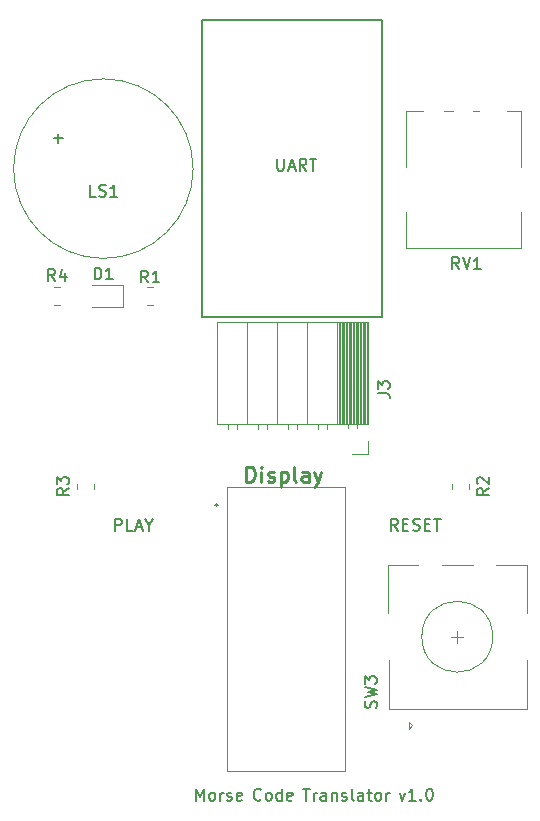
<source format=gbr>
%TF.GenerationSoftware,KiCad,Pcbnew,(7.0.0)*%
%TF.CreationDate,2023-06-01T09:58:41-06:00*%
%TF.ProjectId,morseTrans_proto,6d6f7273-6554-4726-916e-735f70726f74,rev?*%
%TF.SameCoordinates,Original*%
%TF.FileFunction,Legend,Top*%
%TF.FilePolarity,Positive*%
%FSLAX46Y46*%
G04 Gerber Fmt 4.6, Leading zero omitted, Abs format (unit mm)*
G04 Created by KiCad (PCBNEW (7.0.0)) date 2023-06-01 09:58:41*
%MOMM*%
%LPD*%
G01*
G04 APERTURE LIST*
%ADD10C,0.150000*%
%ADD11C,0.254000*%
%ADD12C,0.120000*%
%ADD13C,0.200000*%
%ADD14C,0.100000*%
G04 APERTURE END LIST*
D10*
X116586000Y-49784000D02*
X131826000Y-49784000D01*
X131826000Y-49784000D02*
X131826000Y-74930000D01*
X131826000Y-74930000D02*
X116586000Y-74930000D01*
X116586000Y-74930000D02*
X116586000Y-49784000D01*
X133143523Y-93000380D02*
X132810190Y-92524190D01*
X132572095Y-93000380D02*
X132572095Y-92000380D01*
X132572095Y-92000380D02*
X132953047Y-92000380D01*
X132953047Y-92000380D02*
X133048285Y-92048000D01*
X133048285Y-92048000D02*
X133095904Y-92095619D01*
X133095904Y-92095619D02*
X133143523Y-92190857D01*
X133143523Y-92190857D02*
X133143523Y-92333714D01*
X133143523Y-92333714D02*
X133095904Y-92428952D01*
X133095904Y-92428952D02*
X133048285Y-92476571D01*
X133048285Y-92476571D02*
X132953047Y-92524190D01*
X132953047Y-92524190D02*
X132572095Y-92524190D01*
X133572095Y-92476571D02*
X133905428Y-92476571D01*
X134048285Y-93000380D02*
X133572095Y-93000380D01*
X133572095Y-93000380D02*
X133572095Y-92000380D01*
X133572095Y-92000380D02*
X134048285Y-92000380D01*
X134429238Y-92952761D02*
X134572095Y-93000380D01*
X134572095Y-93000380D02*
X134810190Y-93000380D01*
X134810190Y-93000380D02*
X134905428Y-92952761D01*
X134905428Y-92952761D02*
X134953047Y-92905142D01*
X134953047Y-92905142D02*
X135000666Y-92809904D01*
X135000666Y-92809904D02*
X135000666Y-92714666D01*
X135000666Y-92714666D02*
X134953047Y-92619428D01*
X134953047Y-92619428D02*
X134905428Y-92571809D01*
X134905428Y-92571809D02*
X134810190Y-92524190D01*
X134810190Y-92524190D02*
X134619714Y-92476571D01*
X134619714Y-92476571D02*
X134524476Y-92428952D01*
X134524476Y-92428952D02*
X134476857Y-92381333D01*
X134476857Y-92381333D02*
X134429238Y-92286095D01*
X134429238Y-92286095D02*
X134429238Y-92190857D01*
X134429238Y-92190857D02*
X134476857Y-92095619D01*
X134476857Y-92095619D02*
X134524476Y-92048000D01*
X134524476Y-92048000D02*
X134619714Y-92000380D01*
X134619714Y-92000380D02*
X134857809Y-92000380D01*
X134857809Y-92000380D02*
X135000666Y-92048000D01*
X135429238Y-92476571D02*
X135762571Y-92476571D01*
X135905428Y-93000380D02*
X135429238Y-93000380D01*
X135429238Y-93000380D02*
X135429238Y-92000380D01*
X135429238Y-92000380D02*
X135905428Y-92000380D01*
X136191143Y-92000380D02*
X136762571Y-92000380D01*
X136476857Y-93000380D02*
X136476857Y-92000380D01*
X116062095Y-115860380D02*
X116062095Y-114860380D01*
X116062095Y-114860380D02*
X116395428Y-115574666D01*
X116395428Y-115574666D02*
X116728761Y-114860380D01*
X116728761Y-114860380D02*
X116728761Y-115860380D01*
X117347809Y-115860380D02*
X117252571Y-115812761D01*
X117252571Y-115812761D02*
X117204952Y-115765142D01*
X117204952Y-115765142D02*
X117157333Y-115669904D01*
X117157333Y-115669904D02*
X117157333Y-115384190D01*
X117157333Y-115384190D02*
X117204952Y-115288952D01*
X117204952Y-115288952D02*
X117252571Y-115241333D01*
X117252571Y-115241333D02*
X117347809Y-115193714D01*
X117347809Y-115193714D02*
X117490666Y-115193714D01*
X117490666Y-115193714D02*
X117585904Y-115241333D01*
X117585904Y-115241333D02*
X117633523Y-115288952D01*
X117633523Y-115288952D02*
X117681142Y-115384190D01*
X117681142Y-115384190D02*
X117681142Y-115669904D01*
X117681142Y-115669904D02*
X117633523Y-115765142D01*
X117633523Y-115765142D02*
X117585904Y-115812761D01*
X117585904Y-115812761D02*
X117490666Y-115860380D01*
X117490666Y-115860380D02*
X117347809Y-115860380D01*
X118109714Y-115860380D02*
X118109714Y-115193714D01*
X118109714Y-115384190D02*
X118157333Y-115288952D01*
X118157333Y-115288952D02*
X118204952Y-115241333D01*
X118204952Y-115241333D02*
X118300190Y-115193714D01*
X118300190Y-115193714D02*
X118395428Y-115193714D01*
X118681143Y-115812761D02*
X118776381Y-115860380D01*
X118776381Y-115860380D02*
X118966857Y-115860380D01*
X118966857Y-115860380D02*
X119062095Y-115812761D01*
X119062095Y-115812761D02*
X119109714Y-115717523D01*
X119109714Y-115717523D02*
X119109714Y-115669904D01*
X119109714Y-115669904D02*
X119062095Y-115574666D01*
X119062095Y-115574666D02*
X118966857Y-115527047D01*
X118966857Y-115527047D02*
X118824000Y-115527047D01*
X118824000Y-115527047D02*
X118728762Y-115479428D01*
X118728762Y-115479428D02*
X118681143Y-115384190D01*
X118681143Y-115384190D02*
X118681143Y-115336571D01*
X118681143Y-115336571D02*
X118728762Y-115241333D01*
X118728762Y-115241333D02*
X118824000Y-115193714D01*
X118824000Y-115193714D02*
X118966857Y-115193714D01*
X118966857Y-115193714D02*
X119062095Y-115241333D01*
X119919238Y-115812761D02*
X119824000Y-115860380D01*
X119824000Y-115860380D02*
X119633524Y-115860380D01*
X119633524Y-115860380D02*
X119538286Y-115812761D01*
X119538286Y-115812761D02*
X119490667Y-115717523D01*
X119490667Y-115717523D02*
X119490667Y-115336571D01*
X119490667Y-115336571D02*
X119538286Y-115241333D01*
X119538286Y-115241333D02*
X119633524Y-115193714D01*
X119633524Y-115193714D02*
X119824000Y-115193714D01*
X119824000Y-115193714D02*
X119919238Y-115241333D01*
X119919238Y-115241333D02*
X119966857Y-115336571D01*
X119966857Y-115336571D02*
X119966857Y-115431809D01*
X119966857Y-115431809D02*
X119490667Y-115527047D01*
X121566857Y-115765142D02*
X121519238Y-115812761D01*
X121519238Y-115812761D02*
X121376381Y-115860380D01*
X121376381Y-115860380D02*
X121281143Y-115860380D01*
X121281143Y-115860380D02*
X121138286Y-115812761D01*
X121138286Y-115812761D02*
X121043048Y-115717523D01*
X121043048Y-115717523D02*
X120995429Y-115622285D01*
X120995429Y-115622285D02*
X120947810Y-115431809D01*
X120947810Y-115431809D02*
X120947810Y-115288952D01*
X120947810Y-115288952D02*
X120995429Y-115098476D01*
X120995429Y-115098476D02*
X121043048Y-115003238D01*
X121043048Y-115003238D02*
X121138286Y-114908000D01*
X121138286Y-114908000D02*
X121281143Y-114860380D01*
X121281143Y-114860380D02*
X121376381Y-114860380D01*
X121376381Y-114860380D02*
X121519238Y-114908000D01*
X121519238Y-114908000D02*
X121566857Y-114955619D01*
X122138286Y-115860380D02*
X122043048Y-115812761D01*
X122043048Y-115812761D02*
X121995429Y-115765142D01*
X121995429Y-115765142D02*
X121947810Y-115669904D01*
X121947810Y-115669904D02*
X121947810Y-115384190D01*
X121947810Y-115384190D02*
X121995429Y-115288952D01*
X121995429Y-115288952D02*
X122043048Y-115241333D01*
X122043048Y-115241333D02*
X122138286Y-115193714D01*
X122138286Y-115193714D02*
X122281143Y-115193714D01*
X122281143Y-115193714D02*
X122376381Y-115241333D01*
X122376381Y-115241333D02*
X122424000Y-115288952D01*
X122424000Y-115288952D02*
X122471619Y-115384190D01*
X122471619Y-115384190D02*
X122471619Y-115669904D01*
X122471619Y-115669904D02*
X122424000Y-115765142D01*
X122424000Y-115765142D02*
X122376381Y-115812761D01*
X122376381Y-115812761D02*
X122281143Y-115860380D01*
X122281143Y-115860380D02*
X122138286Y-115860380D01*
X123328762Y-115860380D02*
X123328762Y-114860380D01*
X123328762Y-115812761D02*
X123233524Y-115860380D01*
X123233524Y-115860380D02*
X123043048Y-115860380D01*
X123043048Y-115860380D02*
X122947810Y-115812761D01*
X122947810Y-115812761D02*
X122900191Y-115765142D01*
X122900191Y-115765142D02*
X122852572Y-115669904D01*
X122852572Y-115669904D02*
X122852572Y-115384190D01*
X122852572Y-115384190D02*
X122900191Y-115288952D01*
X122900191Y-115288952D02*
X122947810Y-115241333D01*
X122947810Y-115241333D02*
X123043048Y-115193714D01*
X123043048Y-115193714D02*
X123233524Y-115193714D01*
X123233524Y-115193714D02*
X123328762Y-115241333D01*
X124185905Y-115812761D02*
X124090667Y-115860380D01*
X124090667Y-115860380D02*
X123900191Y-115860380D01*
X123900191Y-115860380D02*
X123804953Y-115812761D01*
X123804953Y-115812761D02*
X123757334Y-115717523D01*
X123757334Y-115717523D02*
X123757334Y-115336571D01*
X123757334Y-115336571D02*
X123804953Y-115241333D01*
X123804953Y-115241333D02*
X123900191Y-115193714D01*
X123900191Y-115193714D02*
X124090667Y-115193714D01*
X124090667Y-115193714D02*
X124185905Y-115241333D01*
X124185905Y-115241333D02*
X124233524Y-115336571D01*
X124233524Y-115336571D02*
X124233524Y-115431809D01*
X124233524Y-115431809D02*
X123757334Y-115527047D01*
X125119239Y-114860380D02*
X125690667Y-114860380D01*
X125404953Y-115860380D02*
X125404953Y-114860380D01*
X126024001Y-115860380D02*
X126024001Y-115193714D01*
X126024001Y-115384190D02*
X126071620Y-115288952D01*
X126071620Y-115288952D02*
X126119239Y-115241333D01*
X126119239Y-115241333D02*
X126214477Y-115193714D01*
X126214477Y-115193714D02*
X126309715Y-115193714D01*
X127071620Y-115860380D02*
X127071620Y-115336571D01*
X127071620Y-115336571D02*
X127024001Y-115241333D01*
X127024001Y-115241333D02*
X126928763Y-115193714D01*
X126928763Y-115193714D02*
X126738287Y-115193714D01*
X126738287Y-115193714D02*
X126643049Y-115241333D01*
X127071620Y-115812761D02*
X126976382Y-115860380D01*
X126976382Y-115860380D02*
X126738287Y-115860380D01*
X126738287Y-115860380D02*
X126643049Y-115812761D01*
X126643049Y-115812761D02*
X126595430Y-115717523D01*
X126595430Y-115717523D02*
X126595430Y-115622285D01*
X126595430Y-115622285D02*
X126643049Y-115527047D01*
X126643049Y-115527047D02*
X126738287Y-115479428D01*
X126738287Y-115479428D02*
X126976382Y-115479428D01*
X126976382Y-115479428D02*
X127071620Y-115431809D01*
X127547811Y-115193714D02*
X127547811Y-115860380D01*
X127547811Y-115288952D02*
X127595430Y-115241333D01*
X127595430Y-115241333D02*
X127690668Y-115193714D01*
X127690668Y-115193714D02*
X127833525Y-115193714D01*
X127833525Y-115193714D02*
X127928763Y-115241333D01*
X127928763Y-115241333D02*
X127976382Y-115336571D01*
X127976382Y-115336571D02*
X127976382Y-115860380D01*
X128404954Y-115812761D02*
X128500192Y-115860380D01*
X128500192Y-115860380D02*
X128690668Y-115860380D01*
X128690668Y-115860380D02*
X128785906Y-115812761D01*
X128785906Y-115812761D02*
X128833525Y-115717523D01*
X128833525Y-115717523D02*
X128833525Y-115669904D01*
X128833525Y-115669904D02*
X128785906Y-115574666D01*
X128785906Y-115574666D02*
X128690668Y-115527047D01*
X128690668Y-115527047D02*
X128547811Y-115527047D01*
X128547811Y-115527047D02*
X128452573Y-115479428D01*
X128452573Y-115479428D02*
X128404954Y-115384190D01*
X128404954Y-115384190D02*
X128404954Y-115336571D01*
X128404954Y-115336571D02*
X128452573Y-115241333D01*
X128452573Y-115241333D02*
X128547811Y-115193714D01*
X128547811Y-115193714D02*
X128690668Y-115193714D01*
X128690668Y-115193714D02*
X128785906Y-115241333D01*
X129404954Y-115860380D02*
X129309716Y-115812761D01*
X129309716Y-115812761D02*
X129262097Y-115717523D01*
X129262097Y-115717523D02*
X129262097Y-114860380D01*
X130214478Y-115860380D02*
X130214478Y-115336571D01*
X130214478Y-115336571D02*
X130166859Y-115241333D01*
X130166859Y-115241333D02*
X130071621Y-115193714D01*
X130071621Y-115193714D02*
X129881145Y-115193714D01*
X129881145Y-115193714D02*
X129785907Y-115241333D01*
X130214478Y-115812761D02*
X130119240Y-115860380D01*
X130119240Y-115860380D02*
X129881145Y-115860380D01*
X129881145Y-115860380D02*
X129785907Y-115812761D01*
X129785907Y-115812761D02*
X129738288Y-115717523D01*
X129738288Y-115717523D02*
X129738288Y-115622285D01*
X129738288Y-115622285D02*
X129785907Y-115527047D01*
X129785907Y-115527047D02*
X129881145Y-115479428D01*
X129881145Y-115479428D02*
X130119240Y-115479428D01*
X130119240Y-115479428D02*
X130214478Y-115431809D01*
X130547812Y-115193714D02*
X130928764Y-115193714D01*
X130690669Y-114860380D02*
X130690669Y-115717523D01*
X130690669Y-115717523D02*
X130738288Y-115812761D01*
X130738288Y-115812761D02*
X130833526Y-115860380D01*
X130833526Y-115860380D02*
X130928764Y-115860380D01*
X131404955Y-115860380D02*
X131309717Y-115812761D01*
X131309717Y-115812761D02*
X131262098Y-115765142D01*
X131262098Y-115765142D02*
X131214479Y-115669904D01*
X131214479Y-115669904D02*
X131214479Y-115384190D01*
X131214479Y-115384190D02*
X131262098Y-115288952D01*
X131262098Y-115288952D02*
X131309717Y-115241333D01*
X131309717Y-115241333D02*
X131404955Y-115193714D01*
X131404955Y-115193714D02*
X131547812Y-115193714D01*
X131547812Y-115193714D02*
X131643050Y-115241333D01*
X131643050Y-115241333D02*
X131690669Y-115288952D01*
X131690669Y-115288952D02*
X131738288Y-115384190D01*
X131738288Y-115384190D02*
X131738288Y-115669904D01*
X131738288Y-115669904D02*
X131690669Y-115765142D01*
X131690669Y-115765142D02*
X131643050Y-115812761D01*
X131643050Y-115812761D02*
X131547812Y-115860380D01*
X131547812Y-115860380D02*
X131404955Y-115860380D01*
X132166860Y-115860380D02*
X132166860Y-115193714D01*
X132166860Y-115384190D02*
X132214479Y-115288952D01*
X132214479Y-115288952D02*
X132262098Y-115241333D01*
X132262098Y-115241333D02*
X132357336Y-115193714D01*
X132357336Y-115193714D02*
X132452574Y-115193714D01*
X133290670Y-115193714D02*
X133528765Y-115860380D01*
X133528765Y-115860380D02*
X133766860Y-115193714D01*
X134671622Y-115860380D02*
X134100194Y-115860380D01*
X134385908Y-115860380D02*
X134385908Y-114860380D01*
X134385908Y-114860380D02*
X134290670Y-115003238D01*
X134290670Y-115003238D02*
X134195432Y-115098476D01*
X134195432Y-115098476D02*
X134100194Y-115146095D01*
X135100194Y-115765142D02*
X135147813Y-115812761D01*
X135147813Y-115812761D02*
X135100194Y-115860380D01*
X135100194Y-115860380D02*
X135052575Y-115812761D01*
X135052575Y-115812761D02*
X135100194Y-115765142D01*
X135100194Y-115765142D02*
X135100194Y-115860380D01*
X135766860Y-114860380D02*
X135862098Y-114860380D01*
X135862098Y-114860380D02*
X135957336Y-114908000D01*
X135957336Y-114908000D02*
X136004955Y-114955619D01*
X136004955Y-114955619D02*
X136052574Y-115050857D01*
X136052574Y-115050857D02*
X136100193Y-115241333D01*
X136100193Y-115241333D02*
X136100193Y-115479428D01*
X136100193Y-115479428D02*
X136052574Y-115669904D01*
X136052574Y-115669904D02*
X136004955Y-115765142D01*
X136004955Y-115765142D02*
X135957336Y-115812761D01*
X135957336Y-115812761D02*
X135862098Y-115860380D01*
X135862098Y-115860380D02*
X135766860Y-115860380D01*
X135766860Y-115860380D02*
X135671622Y-115812761D01*
X135671622Y-115812761D02*
X135624003Y-115765142D01*
X135624003Y-115765142D02*
X135576384Y-115669904D01*
X135576384Y-115669904D02*
X135528765Y-115479428D01*
X135528765Y-115479428D02*
X135528765Y-115241333D01*
X135528765Y-115241333D02*
X135576384Y-115050857D01*
X135576384Y-115050857D02*
X135624003Y-114955619D01*
X135624003Y-114955619D02*
X135671622Y-114908000D01*
X135671622Y-114908000D02*
X135766860Y-114860380D01*
X122920095Y-61520380D02*
X122920095Y-62329904D01*
X122920095Y-62329904D02*
X122967714Y-62425142D01*
X122967714Y-62425142D02*
X123015333Y-62472761D01*
X123015333Y-62472761D02*
X123110571Y-62520380D01*
X123110571Y-62520380D02*
X123301047Y-62520380D01*
X123301047Y-62520380D02*
X123396285Y-62472761D01*
X123396285Y-62472761D02*
X123443904Y-62425142D01*
X123443904Y-62425142D02*
X123491523Y-62329904D01*
X123491523Y-62329904D02*
X123491523Y-61520380D01*
X123920095Y-62234666D02*
X124396285Y-62234666D01*
X123824857Y-62520380D02*
X124158190Y-61520380D01*
X124158190Y-61520380D02*
X124491523Y-62520380D01*
X125396285Y-62520380D02*
X125062952Y-62044190D01*
X124824857Y-62520380D02*
X124824857Y-61520380D01*
X124824857Y-61520380D02*
X125205809Y-61520380D01*
X125205809Y-61520380D02*
X125301047Y-61568000D01*
X125301047Y-61568000D02*
X125348666Y-61615619D01*
X125348666Y-61615619D02*
X125396285Y-61710857D01*
X125396285Y-61710857D02*
X125396285Y-61853714D01*
X125396285Y-61853714D02*
X125348666Y-61948952D01*
X125348666Y-61948952D02*
X125301047Y-61996571D01*
X125301047Y-61996571D02*
X125205809Y-62044190D01*
X125205809Y-62044190D02*
X124824857Y-62044190D01*
X125682000Y-61520380D02*
X126253428Y-61520380D01*
X125967714Y-62520380D02*
X125967714Y-61520380D01*
X109220190Y-93000380D02*
X109220190Y-92000380D01*
X109220190Y-92000380D02*
X109601142Y-92000380D01*
X109601142Y-92000380D02*
X109696380Y-92048000D01*
X109696380Y-92048000D02*
X109743999Y-92095619D01*
X109743999Y-92095619D02*
X109791618Y-92190857D01*
X109791618Y-92190857D02*
X109791618Y-92333714D01*
X109791618Y-92333714D02*
X109743999Y-92428952D01*
X109743999Y-92428952D02*
X109696380Y-92476571D01*
X109696380Y-92476571D02*
X109601142Y-92524190D01*
X109601142Y-92524190D02*
X109220190Y-92524190D01*
X110696380Y-93000380D02*
X110220190Y-93000380D01*
X110220190Y-93000380D02*
X110220190Y-92000380D01*
X110982095Y-92714666D02*
X111458285Y-92714666D01*
X110886857Y-93000380D02*
X111220190Y-92000380D01*
X111220190Y-92000380D02*
X111553523Y-93000380D01*
X112077333Y-92524190D02*
X112077333Y-93000380D01*
X111744000Y-92000380D02*
X112077333Y-92524190D01*
X112077333Y-92524190D02*
X112410666Y-92000380D01*
%TO.C,LS1*%
X107571142Y-64724378D02*
X107094952Y-64724378D01*
X107094952Y-64724378D02*
X107094952Y-63724378D01*
X107856857Y-64676759D02*
X107999714Y-64724378D01*
X107999714Y-64724378D02*
X108237809Y-64724378D01*
X108237809Y-64724378D02*
X108333047Y-64676759D01*
X108333047Y-64676759D02*
X108380666Y-64629140D01*
X108380666Y-64629140D02*
X108428285Y-64533902D01*
X108428285Y-64533902D02*
X108428285Y-64438664D01*
X108428285Y-64438664D02*
X108380666Y-64343426D01*
X108380666Y-64343426D02*
X108333047Y-64295807D01*
X108333047Y-64295807D02*
X108237809Y-64248188D01*
X108237809Y-64248188D02*
X108047333Y-64200569D01*
X108047333Y-64200569D02*
X107952095Y-64152950D01*
X107952095Y-64152950D02*
X107904476Y-64105331D01*
X107904476Y-64105331D02*
X107856857Y-64010093D01*
X107856857Y-64010093D02*
X107856857Y-63914855D01*
X107856857Y-63914855D02*
X107904476Y-63819617D01*
X107904476Y-63819617D02*
X107952095Y-63771998D01*
X107952095Y-63771998D02*
X108047333Y-63724378D01*
X108047333Y-63724378D02*
X108285428Y-63724378D01*
X108285428Y-63724378D02*
X108428285Y-63771998D01*
X109380666Y-64724378D02*
X108809238Y-64724378D01*
X109094952Y-64724378D02*
X109094952Y-63724378D01*
X109094952Y-63724378D02*
X108999714Y-63867236D01*
X108999714Y-63867236D02*
X108904476Y-63962474D01*
X108904476Y-63962474D02*
X108809238Y-64010093D01*
X104023048Y-59803428D02*
X104784953Y-59803428D01*
X104404000Y-60184380D02*
X104404000Y-59422476D01*
%TO.C,R2*%
X140829380Y-89424166D02*
X140353190Y-89757499D01*
X140829380Y-89995594D02*
X139829380Y-89995594D01*
X139829380Y-89995594D02*
X139829380Y-89614642D01*
X139829380Y-89614642D02*
X139877000Y-89519404D01*
X139877000Y-89519404D02*
X139924619Y-89471785D01*
X139924619Y-89471785D02*
X140019857Y-89424166D01*
X140019857Y-89424166D02*
X140162714Y-89424166D01*
X140162714Y-89424166D02*
X140257952Y-89471785D01*
X140257952Y-89471785D02*
X140305571Y-89519404D01*
X140305571Y-89519404D02*
X140353190Y-89614642D01*
X140353190Y-89614642D02*
X140353190Y-89995594D01*
X139924619Y-89043213D02*
X139877000Y-88995594D01*
X139877000Y-88995594D02*
X139829380Y-88900356D01*
X139829380Y-88900356D02*
X139829380Y-88662261D01*
X139829380Y-88662261D02*
X139877000Y-88567023D01*
X139877000Y-88567023D02*
X139924619Y-88519404D01*
X139924619Y-88519404D02*
X140019857Y-88471785D01*
X140019857Y-88471785D02*
X140115095Y-88471785D01*
X140115095Y-88471785D02*
X140257952Y-88519404D01*
X140257952Y-88519404D02*
X140829380Y-89090832D01*
X140829380Y-89090832D02*
X140829380Y-88471785D01*
%TO.C,J3*%
X131443380Y-81379333D02*
X132157666Y-81379333D01*
X132157666Y-81379333D02*
X132300523Y-81426952D01*
X132300523Y-81426952D02*
X132395761Y-81522190D01*
X132395761Y-81522190D02*
X132443380Y-81665047D01*
X132443380Y-81665047D02*
X132443380Y-81760285D01*
X131443380Y-80998380D02*
X131443380Y-80379333D01*
X131443380Y-80379333D02*
X131824333Y-80712666D01*
X131824333Y-80712666D02*
X131824333Y-80569809D01*
X131824333Y-80569809D02*
X131871952Y-80474571D01*
X131871952Y-80474571D02*
X131919571Y-80426952D01*
X131919571Y-80426952D02*
X132014809Y-80379333D01*
X132014809Y-80379333D02*
X132252904Y-80379333D01*
X132252904Y-80379333D02*
X132348142Y-80426952D01*
X132348142Y-80426952D02*
X132395761Y-80474571D01*
X132395761Y-80474571D02*
X132443380Y-80569809D01*
X132443380Y-80569809D02*
X132443380Y-80855523D01*
X132443380Y-80855523D02*
X132395761Y-80950761D01*
X132395761Y-80950761D02*
X132348142Y-80998380D01*
%TO.C,R3*%
X105269380Y-89424166D02*
X104793190Y-89757499D01*
X105269380Y-89995594D02*
X104269380Y-89995594D01*
X104269380Y-89995594D02*
X104269380Y-89614642D01*
X104269380Y-89614642D02*
X104317000Y-89519404D01*
X104317000Y-89519404D02*
X104364619Y-89471785D01*
X104364619Y-89471785D02*
X104459857Y-89424166D01*
X104459857Y-89424166D02*
X104602714Y-89424166D01*
X104602714Y-89424166D02*
X104697952Y-89471785D01*
X104697952Y-89471785D02*
X104745571Y-89519404D01*
X104745571Y-89519404D02*
X104793190Y-89614642D01*
X104793190Y-89614642D02*
X104793190Y-89995594D01*
X104269380Y-89090832D02*
X104269380Y-88471785D01*
X104269380Y-88471785D02*
X104650333Y-88805118D01*
X104650333Y-88805118D02*
X104650333Y-88662261D01*
X104650333Y-88662261D02*
X104697952Y-88567023D01*
X104697952Y-88567023D02*
X104745571Y-88519404D01*
X104745571Y-88519404D02*
X104840809Y-88471785D01*
X104840809Y-88471785D02*
X105078904Y-88471785D01*
X105078904Y-88471785D02*
X105174142Y-88519404D01*
X105174142Y-88519404D02*
X105221761Y-88567023D01*
X105221761Y-88567023D02*
X105269380Y-88662261D01*
X105269380Y-88662261D02*
X105269380Y-88947975D01*
X105269380Y-88947975D02*
X105221761Y-89043213D01*
X105221761Y-89043213D02*
X105174142Y-89090832D01*
D11*
%TO.C,Display*%
X120329475Y-88858573D02*
X120329475Y-87588573D01*
X120329475Y-87588573D02*
X120631856Y-87588573D01*
X120631856Y-87588573D02*
X120813285Y-87649050D01*
X120813285Y-87649050D02*
X120934237Y-87770002D01*
X120934237Y-87770002D02*
X120994714Y-87890954D01*
X120994714Y-87890954D02*
X121055190Y-88132859D01*
X121055190Y-88132859D02*
X121055190Y-88314288D01*
X121055190Y-88314288D02*
X120994714Y-88556192D01*
X120994714Y-88556192D02*
X120934237Y-88677145D01*
X120934237Y-88677145D02*
X120813285Y-88798097D01*
X120813285Y-88798097D02*
X120631856Y-88858573D01*
X120631856Y-88858573D02*
X120329475Y-88858573D01*
X121599475Y-88858573D02*
X121599475Y-88011907D01*
X121599475Y-87588573D02*
X121538999Y-87649050D01*
X121538999Y-87649050D02*
X121599475Y-87709526D01*
X121599475Y-87709526D02*
X121659952Y-87649050D01*
X121659952Y-87649050D02*
X121599475Y-87588573D01*
X121599475Y-87588573D02*
X121599475Y-87709526D01*
X122143761Y-88798097D02*
X122264714Y-88858573D01*
X122264714Y-88858573D02*
X122506618Y-88858573D01*
X122506618Y-88858573D02*
X122627571Y-88798097D01*
X122627571Y-88798097D02*
X122688047Y-88677145D01*
X122688047Y-88677145D02*
X122688047Y-88616669D01*
X122688047Y-88616669D02*
X122627571Y-88495716D01*
X122627571Y-88495716D02*
X122506618Y-88435240D01*
X122506618Y-88435240D02*
X122325190Y-88435240D01*
X122325190Y-88435240D02*
X122204237Y-88374764D01*
X122204237Y-88374764D02*
X122143761Y-88253811D01*
X122143761Y-88253811D02*
X122143761Y-88193335D01*
X122143761Y-88193335D02*
X122204237Y-88072383D01*
X122204237Y-88072383D02*
X122325190Y-88011907D01*
X122325190Y-88011907D02*
X122506618Y-88011907D01*
X122506618Y-88011907D02*
X122627571Y-88072383D01*
X123232332Y-88011907D02*
X123232332Y-89281907D01*
X123232332Y-88072383D02*
X123353285Y-88011907D01*
X123353285Y-88011907D02*
X123595190Y-88011907D01*
X123595190Y-88011907D02*
X123716142Y-88072383D01*
X123716142Y-88072383D02*
X123776618Y-88132859D01*
X123776618Y-88132859D02*
X123837094Y-88253811D01*
X123837094Y-88253811D02*
X123837094Y-88616669D01*
X123837094Y-88616669D02*
X123776618Y-88737621D01*
X123776618Y-88737621D02*
X123716142Y-88798097D01*
X123716142Y-88798097D02*
X123595190Y-88858573D01*
X123595190Y-88858573D02*
X123353285Y-88858573D01*
X123353285Y-88858573D02*
X123232332Y-88798097D01*
X124562809Y-88858573D02*
X124441857Y-88798097D01*
X124441857Y-88798097D02*
X124381380Y-88677145D01*
X124381380Y-88677145D02*
X124381380Y-87588573D01*
X125590904Y-88858573D02*
X125590904Y-88193335D01*
X125590904Y-88193335D02*
X125530428Y-88072383D01*
X125530428Y-88072383D02*
X125409476Y-88011907D01*
X125409476Y-88011907D02*
X125167571Y-88011907D01*
X125167571Y-88011907D02*
X125046618Y-88072383D01*
X125590904Y-88798097D02*
X125469952Y-88858573D01*
X125469952Y-88858573D02*
X125167571Y-88858573D01*
X125167571Y-88858573D02*
X125046618Y-88798097D01*
X125046618Y-88798097D02*
X124986142Y-88677145D01*
X124986142Y-88677145D02*
X124986142Y-88556192D01*
X124986142Y-88556192D02*
X125046618Y-88435240D01*
X125046618Y-88435240D02*
X125167571Y-88374764D01*
X125167571Y-88374764D02*
X125469952Y-88374764D01*
X125469952Y-88374764D02*
X125590904Y-88314288D01*
X126074714Y-88011907D02*
X126377095Y-88858573D01*
X126679476Y-88011907D02*
X126377095Y-88858573D01*
X126377095Y-88858573D02*
X126256143Y-89160954D01*
X126256143Y-89160954D02*
X126195666Y-89221430D01*
X126195666Y-89221430D02*
X126074714Y-89281907D01*
D10*
%TO.C,SW3*%
X131295761Y-108020332D02*
X131343380Y-107877475D01*
X131343380Y-107877475D02*
X131343380Y-107639380D01*
X131343380Y-107639380D02*
X131295761Y-107544142D01*
X131295761Y-107544142D02*
X131248142Y-107496523D01*
X131248142Y-107496523D02*
X131152904Y-107448904D01*
X131152904Y-107448904D02*
X131057666Y-107448904D01*
X131057666Y-107448904D02*
X130962428Y-107496523D01*
X130962428Y-107496523D02*
X130914809Y-107544142D01*
X130914809Y-107544142D02*
X130867190Y-107639380D01*
X130867190Y-107639380D02*
X130819571Y-107829856D01*
X130819571Y-107829856D02*
X130771952Y-107925094D01*
X130771952Y-107925094D02*
X130724333Y-107972713D01*
X130724333Y-107972713D02*
X130629095Y-108020332D01*
X130629095Y-108020332D02*
X130533857Y-108020332D01*
X130533857Y-108020332D02*
X130438619Y-107972713D01*
X130438619Y-107972713D02*
X130391000Y-107925094D01*
X130391000Y-107925094D02*
X130343380Y-107829856D01*
X130343380Y-107829856D02*
X130343380Y-107591761D01*
X130343380Y-107591761D02*
X130391000Y-107448904D01*
X130343380Y-107115570D02*
X131343380Y-106877475D01*
X131343380Y-106877475D02*
X130629095Y-106686999D01*
X130629095Y-106686999D02*
X131343380Y-106496523D01*
X131343380Y-106496523D02*
X130343380Y-106258428D01*
X130343380Y-105972713D02*
X130343380Y-105353666D01*
X130343380Y-105353666D02*
X130724333Y-105686999D01*
X130724333Y-105686999D02*
X130724333Y-105544142D01*
X130724333Y-105544142D02*
X130771952Y-105448904D01*
X130771952Y-105448904D02*
X130819571Y-105401285D01*
X130819571Y-105401285D02*
X130914809Y-105353666D01*
X130914809Y-105353666D02*
X131152904Y-105353666D01*
X131152904Y-105353666D02*
X131248142Y-105401285D01*
X131248142Y-105401285D02*
X131295761Y-105448904D01*
X131295761Y-105448904D02*
X131343380Y-105544142D01*
X131343380Y-105544142D02*
X131343380Y-105829856D01*
X131343380Y-105829856D02*
X131295761Y-105925094D01*
X131295761Y-105925094D02*
X131248142Y-105972713D01*
%TO.C,R1*%
X111997833Y-71995380D02*
X111664500Y-71519190D01*
X111426405Y-71995380D02*
X111426405Y-70995380D01*
X111426405Y-70995380D02*
X111807357Y-70995380D01*
X111807357Y-70995380D02*
X111902595Y-71043000D01*
X111902595Y-71043000D02*
X111950214Y-71090619D01*
X111950214Y-71090619D02*
X111997833Y-71185857D01*
X111997833Y-71185857D02*
X111997833Y-71328714D01*
X111997833Y-71328714D02*
X111950214Y-71423952D01*
X111950214Y-71423952D02*
X111902595Y-71471571D01*
X111902595Y-71471571D02*
X111807357Y-71519190D01*
X111807357Y-71519190D02*
X111426405Y-71519190D01*
X112950214Y-71995380D02*
X112378786Y-71995380D01*
X112664500Y-71995380D02*
X112664500Y-70995380D01*
X112664500Y-70995380D02*
X112569262Y-71138238D01*
X112569262Y-71138238D02*
X112474024Y-71233476D01*
X112474024Y-71233476D02*
X112378786Y-71281095D01*
%TO.C,R4*%
X104123833Y-71869380D02*
X103790500Y-71393190D01*
X103552405Y-71869380D02*
X103552405Y-70869380D01*
X103552405Y-70869380D02*
X103933357Y-70869380D01*
X103933357Y-70869380D02*
X104028595Y-70917000D01*
X104028595Y-70917000D02*
X104076214Y-70964619D01*
X104076214Y-70964619D02*
X104123833Y-71059857D01*
X104123833Y-71059857D02*
X104123833Y-71202714D01*
X104123833Y-71202714D02*
X104076214Y-71297952D01*
X104076214Y-71297952D02*
X104028595Y-71345571D01*
X104028595Y-71345571D02*
X103933357Y-71393190D01*
X103933357Y-71393190D02*
X103552405Y-71393190D01*
X104980976Y-71202714D02*
X104980976Y-71869380D01*
X104742881Y-70821761D02*
X104504786Y-71536047D01*
X104504786Y-71536047D02*
X105123833Y-71536047D01*
%TO.C,RV1*%
X138342761Y-70852380D02*
X138009428Y-70376190D01*
X137771333Y-70852380D02*
X137771333Y-69852380D01*
X137771333Y-69852380D02*
X138152285Y-69852380D01*
X138152285Y-69852380D02*
X138247523Y-69900000D01*
X138247523Y-69900000D02*
X138295142Y-69947619D01*
X138295142Y-69947619D02*
X138342761Y-70042857D01*
X138342761Y-70042857D02*
X138342761Y-70185714D01*
X138342761Y-70185714D02*
X138295142Y-70280952D01*
X138295142Y-70280952D02*
X138247523Y-70328571D01*
X138247523Y-70328571D02*
X138152285Y-70376190D01*
X138152285Y-70376190D02*
X137771333Y-70376190D01*
X138628476Y-69852380D02*
X138961809Y-70852380D01*
X138961809Y-70852380D02*
X139295142Y-69852380D01*
X140152285Y-70852380D02*
X139580857Y-70852380D01*
X139866571Y-70852380D02*
X139866571Y-69852380D01*
X139866571Y-69852380D02*
X139771333Y-69995238D01*
X139771333Y-69995238D02*
X139676095Y-70090476D01*
X139676095Y-70090476D02*
X139580857Y-70138095D01*
%TO.C,D1*%
X107465905Y-71741380D02*
X107465905Y-70741380D01*
X107465905Y-70741380D02*
X107704000Y-70741380D01*
X107704000Y-70741380D02*
X107846857Y-70789000D01*
X107846857Y-70789000D02*
X107942095Y-70884238D01*
X107942095Y-70884238D02*
X107989714Y-70979476D01*
X107989714Y-70979476D02*
X108037333Y-71169952D01*
X108037333Y-71169952D02*
X108037333Y-71312809D01*
X108037333Y-71312809D02*
X107989714Y-71503285D01*
X107989714Y-71503285D02*
X107942095Y-71598523D01*
X107942095Y-71598523D02*
X107846857Y-71693761D01*
X107846857Y-71693761D02*
X107704000Y-71741380D01*
X107704000Y-71741380D02*
X107465905Y-71741380D01*
X108989714Y-71741380D02*
X108418286Y-71741380D01*
X108704000Y-71741380D02*
X108704000Y-70741380D01*
X108704000Y-70741380D02*
X108608762Y-70884238D01*
X108608762Y-70884238D02*
X108513524Y-70979476D01*
X108513524Y-70979476D02*
X108418286Y-71027095D01*
D12*
%TO.C,LS1*%
X115814000Y-62357000D02*
G75*
G03*
X115814000Y-62357000I-7600000J0D01*
G01*
%TO.C,R2*%
X139165000Y-89030436D02*
X139165000Y-89484564D01*
X137695000Y-89030436D02*
X137695000Y-89484564D01*
%TO.C,J3*%
X130636000Y-75336000D02*
X117816000Y-75336000D01*
X130636000Y-75336000D02*
X130636000Y-83966000D01*
X130516000Y-75336000D02*
X130516000Y-83966000D01*
X130397905Y-75336000D02*
X130397905Y-83966000D01*
X130279810Y-75336000D02*
X130279810Y-83966000D01*
X130161715Y-75336000D02*
X130161715Y-83966000D01*
X130043620Y-75336000D02*
X130043620Y-83966000D01*
X129925525Y-75336000D02*
X129925525Y-83966000D01*
X129807430Y-75336000D02*
X129807430Y-83966000D01*
X129689335Y-75336000D02*
X129689335Y-83966000D01*
X129571240Y-75336000D02*
X129571240Y-83966000D01*
X129453145Y-75336000D02*
X129453145Y-83966000D01*
X129335050Y-75336000D02*
X129335050Y-83966000D01*
X129216955Y-75336000D02*
X129216955Y-83966000D01*
X129098860Y-75336000D02*
X129098860Y-83966000D01*
X128980765Y-75336000D02*
X128980765Y-83966000D01*
X128862670Y-75336000D02*
X128862670Y-83966000D01*
X128744575Y-75336000D02*
X128744575Y-83966000D01*
X128626480Y-75336000D02*
X128626480Y-83966000D01*
X128508385Y-75336000D02*
X128508385Y-83966000D01*
X128390290Y-75336000D02*
X128390290Y-83966000D01*
X128272195Y-75336000D02*
X128272195Y-83966000D01*
X128154100Y-75336000D02*
X128154100Y-83966000D01*
X128036000Y-75336000D02*
X128036000Y-83966000D01*
X125496000Y-75336000D02*
X125496000Y-83966000D01*
X122956000Y-75336000D02*
X122956000Y-83966000D01*
X120416000Y-75336000D02*
X120416000Y-83966000D01*
X117816000Y-75336000D02*
X117816000Y-83966000D01*
X130636000Y-83966000D02*
X117816000Y-83966000D01*
X129666000Y-83966000D02*
X129666000Y-84316000D01*
X128946000Y-83966000D02*
X128946000Y-84316000D01*
X127126000Y-83966000D02*
X127126000Y-84376000D01*
X126406000Y-83966000D02*
X126406000Y-84376000D01*
X124586000Y-83966000D02*
X124586000Y-84376000D01*
X123866000Y-83966000D02*
X123866000Y-84376000D01*
X122046000Y-83966000D02*
X122046000Y-84376000D01*
X121326000Y-83966000D02*
X121326000Y-84376000D01*
X119506000Y-83966000D02*
X119506000Y-84376000D01*
X118786000Y-83966000D02*
X118786000Y-84376000D01*
X130636000Y-85426000D02*
X130636000Y-86536000D01*
X130636000Y-86536000D02*
X129306000Y-86536000D01*
%TO.C,R3*%
X107415000Y-89030436D02*
X107415000Y-89484564D01*
X105945000Y-89030436D02*
X105945000Y-89484564D01*
D13*
%TO.C,Display*%
X117698000Y-90846000D02*
X117698000Y-90846000D01*
X117898000Y-90846000D02*
X117898000Y-90846000D01*
D14*
X118698000Y-89346000D02*
X128698000Y-89346000D01*
X118698000Y-113346000D02*
X118698000Y-89346000D01*
X128698000Y-89346000D02*
X128698000Y-113346000D01*
X128698000Y-113346000D02*
X118698000Y-113346000D01*
D13*
X117898000Y-90846000D02*
G75*
G03*
X117698000Y-90846000I-100000J0D01*
G01*
X117698000Y-90846000D02*
G75*
G03*
X117898000Y-90846000I100000J0D01*
G01*
D12*
%TO.C,SW3*%
X134076000Y-109787000D02*
X134076000Y-109187000D01*
X134376000Y-109487000D02*
X134076000Y-109787000D01*
X134076000Y-109187000D02*
X134376000Y-109487000D01*
X132376000Y-108087000D02*
X144076000Y-108087000D01*
X132376000Y-103987000D02*
X132376000Y-108087000D01*
X144076000Y-103987000D02*
X144076000Y-108087000D01*
X138176000Y-102487000D02*
X138176000Y-101487000D01*
X137676000Y-101987000D02*
X138676000Y-101987000D01*
X132276000Y-99987000D02*
X132276000Y-95887000D01*
X132276000Y-95887000D02*
X134876000Y-95887000D01*
X136876000Y-95887000D02*
X139476000Y-95887000D01*
X141476000Y-95887000D02*
X144076000Y-95887000D01*
X144076000Y-95887000D02*
X144076000Y-99987000D01*
X141176000Y-101987000D02*
G75*
G03*
X141176000Y-101987000I-3000000J0D01*
G01*
%TO.C,R1*%
X111937436Y-72417000D02*
X112391564Y-72417000D01*
X111937436Y-73887000D02*
X112391564Y-73887000D01*
%TO.C,R4*%
X104063436Y-72417000D02*
X104517564Y-72417000D01*
X104063436Y-73887000D02*
X104517564Y-73887000D01*
%TO.C,RV1*%
X143564000Y-57512000D02*
X143564000Y-62232000D01*
X142374000Y-57512000D02*
X143554000Y-57512000D01*
X139474000Y-57512000D02*
X140004000Y-57512000D01*
X137024000Y-57512000D02*
X137854000Y-57512000D01*
X133814000Y-57512000D02*
X135304000Y-57512000D01*
X133814000Y-57512000D02*
X133814000Y-62232000D01*
X143554000Y-66042000D02*
X143554000Y-69102000D01*
X133814000Y-66042000D02*
X133814000Y-69102000D01*
X133814000Y-69102000D02*
X143554000Y-69102000D01*
%TO.C,D1*%
X109919000Y-74112000D02*
X109919000Y-72192000D01*
X109919000Y-72192000D02*
X107234000Y-72192000D01*
X107234000Y-74112000D02*
X109919000Y-74112000D01*
%TD*%
M02*

</source>
